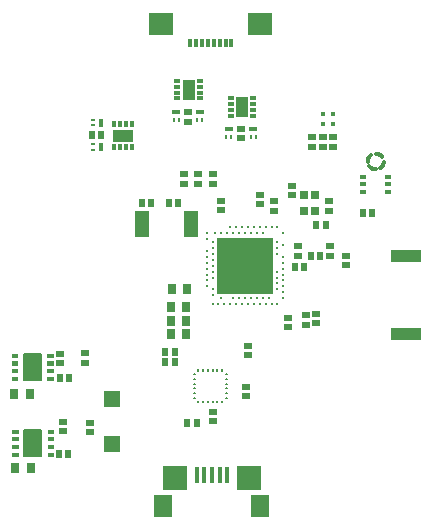
<source format=gtp>
G75*
%MOIN*%
%OFA0B0*%
%FSLAX25Y25*%
%IPPOS*%
%LPD*%
%AMOC8*
5,1,8,0,0,1.08239X$1,22.5*
%
%ADD10R,0.02756X0.03543*%
%ADD11R,0.02756X0.01969*%
%ADD12C,0.00630*%
%ADD13C,0.00118*%
%ADD14R,0.01772X0.01772*%
%ADD15R,0.08268X0.07874*%
%ADD16R,0.06299X0.07480*%
%ADD17R,0.01575X0.05315*%
%ADD18R,0.01181X0.03150*%
%ADD19R,0.07874X0.07480*%
%ADD20R,0.06693X0.03937*%
%ADD21R,0.01181X0.01969*%
%ADD22R,0.03937X0.06693*%
%ADD23R,0.01969X0.01181*%
%ADD24R,0.02362X0.01575*%
%ADD25C,0.01181*%
%ADD26R,0.00394X0.00394*%
%ADD27R,0.01969X0.02756*%
%ADD28R,0.10000X0.04000*%
%ADD29R,0.02756X0.03150*%
%ADD30C,0.00787*%
%ADD31R,0.19094X0.19094*%
%ADD32R,0.05118X0.08661*%
%ADD33C,0.00787*%
%ADD34R,0.01575X0.00984*%
%ADD35R,0.01575X0.02756*%
%ADD36R,0.00984X0.01575*%
%ADD37R,0.02756X0.01575*%
%ADD38R,0.05512X0.05512*%
D10*
X0015030Y0023357D03*
X0009912Y0023357D03*
X0062017Y0082949D03*
X0067135Y0082949D03*
X0061717Y0067959D03*
X0066835Y0067959D03*
X0061623Y0077011D03*
X0066741Y0077011D03*
X0061671Y0072272D03*
X0066789Y0072272D03*
X0014677Y0048157D03*
X0009559Y0048157D03*
D11*
X0034734Y0038469D03*
X0034734Y0035319D03*
X0025588Y0038851D03*
X0025588Y0035701D03*
X0102131Y0117510D03*
X0102131Y0114361D03*
X0114302Y0112412D03*
X0114302Y0109263D03*
X0104111Y0097286D03*
X0104111Y0094137D03*
X0114850Y0097286D03*
X0114850Y0094136D03*
X0066013Y0121336D03*
X0066013Y0118187D03*
X0087413Y0061037D03*
X0087413Y0064186D03*
X0100725Y0070420D03*
X0100725Y0073569D03*
X0096223Y0112315D03*
X0096223Y0109166D03*
X0078420Y0109346D03*
X0078420Y0112496D03*
X0075813Y0121336D03*
X0075813Y0118187D03*
X0070813Y0121336D03*
X0070813Y0118187D03*
X0091351Y0114520D03*
X0091351Y0111370D03*
X0119923Y0091016D03*
X0119923Y0094165D03*
X0115823Y0130563D03*
X0115823Y0133713D03*
X0108724Y0130583D03*
X0108724Y0133732D03*
X0112445Y0130567D03*
X0112445Y0133717D03*
X0106693Y0071260D03*
X0106693Y0074409D03*
X0110236Y0071654D03*
X0110236Y0074803D03*
X0086697Y0050602D03*
X0086697Y0047453D03*
X0075642Y0039008D03*
X0075642Y0042157D03*
X0067445Y0142043D03*
X0067445Y0138894D03*
X0085217Y0136512D03*
X0085217Y0133362D03*
X0033248Y0061693D03*
X0033248Y0058543D03*
X0024776Y0061571D03*
X0024776Y0058421D03*
D12*
X0018545Y0027448D02*
X0012877Y0027448D01*
X0012877Y0036266D01*
X0018545Y0036266D01*
X0018545Y0027448D01*
X0018545Y0028077D02*
X0012877Y0028077D01*
X0012877Y0028706D02*
X0018545Y0028706D01*
X0018545Y0029335D02*
X0012877Y0029335D01*
X0012877Y0029964D02*
X0018545Y0029964D01*
X0018545Y0030593D02*
X0012877Y0030593D01*
X0012877Y0031222D02*
X0018545Y0031222D01*
X0018545Y0031851D02*
X0012877Y0031851D01*
X0012877Y0032480D02*
X0018545Y0032480D01*
X0018545Y0033109D02*
X0012877Y0033109D01*
X0012877Y0033738D02*
X0018545Y0033738D01*
X0018545Y0034367D02*
X0012877Y0034367D01*
X0012877Y0034996D02*
X0018545Y0034996D01*
X0018545Y0035625D02*
X0012877Y0035625D01*
X0012877Y0036254D02*
X0018545Y0036254D01*
X0018317Y0052737D02*
X0012649Y0052737D01*
X0012649Y0061555D01*
X0018317Y0061555D01*
X0018317Y0052737D01*
X0018317Y0053366D02*
X0012649Y0053366D01*
X0012649Y0053995D02*
X0018317Y0053995D01*
X0018317Y0054624D02*
X0012649Y0054624D01*
X0012649Y0055253D02*
X0018317Y0055253D01*
X0018317Y0055882D02*
X0012649Y0055882D01*
X0012649Y0056511D02*
X0018317Y0056511D01*
X0018317Y0057140D02*
X0012649Y0057140D01*
X0012649Y0057769D02*
X0018317Y0057769D01*
X0018317Y0058398D02*
X0012649Y0058398D01*
X0012649Y0059027D02*
X0018317Y0059027D01*
X0018317Y0059656D02*
X0012649Y0059656D01*
X0012649Y0060285D02*
X0018317Y0060285D01*
X0018317Y0060914D02*
X0012649Y0060914D01*
X0012649Y0061543D02*
X0018317Y0061543D01*
D13*
X0010731Y0035165D02*
X0008881Y0035165D01*
X0008881Y0036227D01*
X0010731Y0036227D01*
X0010731Y0035165D01*
X0010731Y0035282D02*
X0008881Y0035282D01*
X0008881Y0035399D02*
X0010731Y0035399D01*
X0010731Y0035516D02*
X0008881Y0035516D01*
X0008881Y0035633D02*
X0010731Y0035633D01*
X0010731Y0035750D02*
X0008881Y0035750D01*
X0008881Y0035867D02*
X0010731Y0035867D01*
X0010731Y0035984D02*
X0008881Y0035984D01*
X0008881Y0036101D02*
X0010731Y0036101D01*
X0010731Y0036218D02*
X0008881Y0036218D01*
X0010731Y0032606D02*
X0008881Y0032606D01*
X0008881Y0033668D01*
X0010731Y0033668D01*
X0010731Y0032606D01*
X0010731Y0032723D02*
X0008881Y0032723D01*
X0008881Y0032840D02*
X0010731Y0032840D01*
X0010731Y0032957D02*
X0008881Y0032957D01*
X0008881Y0033074D02*
X0010731Y0033074D01*
X0010731Y0033191D02*
X0008881Y0033191D01*
X0008881Y0033308D02*
X0010731Y0033308D01*
X0010731Y0033425D02*
X0008881Y0033425D01*
X0008881Y0033542D02*
X0010731Y0033542D01*
X0010731Y0033659D02*
X0008881Y0033659D01*
X0010731Y0030047D02*
X0008881Y0030047D01*
X0008881Y0031109D01*
X0010731Y0031109D01*
X0010731Y0030047D01*
X0010731Y0030164D02*
X0008881Y0030164D01*
X0008881Y0030281D02*
X0010731Y0030281D01*
X0010731Y0030398D02*
X0008881Y0030398D01*
X0008881Y0030515D02*
X0010731Y0030515D01*
X0010731Y0030632D02*
X0008881Y0030632D01*
X0008881Y0030749D02*
X0010731Y0030749D01*
X0010731Y0030866D02*
X0008881Y0030866D01*
X0008881Y0030983D02*
X0010731Y0030983D01*
X0010731Y0031100D02*
X0008881Y0031100D01*
X0010731Y0027488D02*
X0008881Y0027488D01*
X0008881Y0028550D01*
X0010731Y0028550D01*
X0010731Y0027488D01*
X0010731Y0027605D02*
X0008881Y0027605D01*
X0008881Y0027722D02*
X0010731Y0027722D01*
X0010731Y0027839D02*
X0008881Y0027839D01*
X0008881Y0027956D02*
X0010731Y0027956D01*
X0010731Y0028073D02*
X0008881Y0028073D01*
X0008881Y0028190D02*
X0010731Y0028190D01*
X0010731Y0028307D02*
X0008881Y0028307D01*
X0008881Y0028424D02*
X0010731Y0028424D01*
X0010731Y0028541D02*
X0008881Y0028541D01*
X0022542Y0027488D02*
X0020692Y0027488D01*
X0020692Y0028550D01*
X0022542Y0028550D01*
X0022542Y0027488D01*
X0022542Y0027605D02*
X0020692Y0027605D01*
X0020692Y0027722D02*
X0022542Y0027722D01*
X0022542Y0027839D02*
X0020692Y0027839D01*
X0020692Y0027956D02*
X0022542Y0027956D01*
X0022542Y0028073D02*
X0020692Y0028073D01*
X0020692Y0028190D02*
X0022542Y0028190D01*
X0022542Y0028307D02*
X0020692Y0028307D01*
X0020692Y0028424D02*
X0022542Y0028424D01*
X0022542Y0028541D02*
X0020692Y0028541D01*
X0022542Y0030047D02*
X0020692Y0030047D01*
X0020692Y0031109D01*
X0022542Y0031109D01*
X0022542Y0030047D01*
X0022542Y0030164D02*
X0020692Y0030164D01*
X0020692Y0030281D02*
X0022542Y0030281D01*
X0022542Y0030398D02*
X0020692Y0030398D01*
X0020692Y0030515D02*
X0022542Y0030515D01*
X0022542Y0030632D02*
X0020692Y0030632D01*
X0020692Y0030749D02*
X0022542Y0030749D01*
X0022542Y0030866D02*
X0020692Y0030866D01*
X0020692Y0030983D02*
X0022542Y0030983D01*
X0022542Y0031100D02*
X0020692Y0031100D01*
X0022542Y0032606D02*
X0020692Y0032606D01*
X0020692Y0033668D01*
X0022542Y0033668D01*
X0022542Y0032606D01*
X0022542Y0032723D02*
X0020692Y0032723D01*
X0020692Y0032840D02*
X0022542Y0032840D01*
X0022542Y0032957D02*
X0020692Y0032957D01*
X0020692Y0033074D02*
X0022542Y0033074D01*
X0022542Y0033191D02*
X0020692Y0033191D01*
X0020692Y0033308D02*
X0022542Y0033308D01*
X0022542Y0033425D02*
X0020692Y0033425D01*
X0020692Y0033542D02*
X0022542Y0033542D01*
X0022542Y0033659D02*
X0020692Y0033659D01*
X0022542Y0035165D02*
X0020692Y0035165D01*
X0020692Y0036227D01*
X0022542Y0036227D01*
X0022542Y0035165D01*
X0022542Y0035282D02*
X0020692Y0035282D01*
X0020692Y0035399D02*
X0022542Y0035399D01*
X0022542Y0035516D02*
X0020692Y0035516D01*
X0020692Y0035633D02*
X0022542Y0035633D01*
X0022542Y0035750D02*
X0020692Y0035750D01*
X0020692Y0035867D02*
X0022542Y0035867D01*
X0022542Y0035984D02*
X0020692Y0035984D01*
X0020692Y0036101D02*
X0022542Y0036101D01*
X0022542Y0036218D02*
X0020692Y0036218D01*
X0010503Y0060453D02*
X0008653Y0060453D01*
X0008653Y0061515D01*
X0010503Y0061515D01*
X0010503Y0060453D01*
X0010503Y0060570D02*
X0008653Y0060570D01*
X0008653Y0060687D02*
X0010503Y0060687D01*
X0010503Y0060804D02*
X0008653Y0060804D01*
X0008653Y0060921D02*
X0010503Y0060921D01*
X0010503Y0061038D02*
X0008653Y0061038D01*
X0008653Y0061155D02*
X0010503Y0061155D01*
X0010503Y0061272D02*
X0008653Y0061272D01*
X0008653Y0061389D02*
X0010503Y0061389D01*
X0010503Y0061506D02*
X0008653Y0061506D01*
X0010503Y0057894D02*
X0008653Y0057894D01*
X0008653Y0058956D01*
X0010503Y0058956D01*
X0010503Y0057894D01*
X0010503Y0058011D02*
X0008653Y0058011D01*
X0008653Y0058128D02*
X0010503Y0058128D01*
X0010503Y0058245D02*
X0008653Y0058245D01*
X0008653Y0058362D02*
X0010503Y0058362D01*
X0010503Y0058479D02*
X0008653Y0058479D01*
X0008653Y0058596D02*
X0010503Y0058596D01*
X0010503Y0058713D02*
X0008653Y0058713D01*
X0008653Y0058830D02*
X0010503Y0058830D01*
X0010503Y0058947D02*
X0008653Y0058947D01*
X0010503Y0055335D02*
X0008653Y0055335D01*
X0008653Y0056397D01*
X0010503Y0056397D01*
X0010503Y0055335D01*
X0010503Y0055452D02*
X0008653Y0055452D01*
X0008653Y0055569D02*
X0010503Y0055569D01*
X0010503Y0055686D02*
X0008653Y0055686D01*
X0008653Y0055803D02*
X0010503Y0055803D01*
X0010503Y0055920D02*
X0008653Y0055920D01*
X0008653Y0056037D02*
X0010503Y0056037D01*
X0010503Y0056154D02*
X0008653Y0056154D01*
X0008653Y0056271D02*
X0010503Y0056271D01*
X0010503Y0056388D02*
X0008653Y0056388D01*
X0010503Y0052776D02*
X0008653Y0052776D01*
X0008653Y0053838D01*
X0010503Y0053838D01*
X0010503Y0052776D01*
X0010503Y0052893D02*
X0008653Y0052893D01*
X0008653Y0053010D02*
X0010503Y0053010D01*
X0010503Y0053127D02*
X0008653Y0053127D01*
X0008653Y0053244D02*
X0010503Y0053244D01*
X0010503Y0053361D02*
X0008653Y0053361D01*
X0008653Y0053478D02*
X0010503Y0053478D01*
X0010503Y0053595D02*
X0008653Y0053595D01*
X0008653Y0053712D02*
X0010503Y0053712D01*
X0010503Y0053829D02*
X0008653Y0053829D01*
X0022314Y0052776D02*
X0020464Y0052776D01*
X0020464Y0053838D01*
X0022314Y0053838D01*
X0022314Y0052776D01*
X0022314Y0052893D02*
X0020464Y0052893D01*
X0020464Y0053010D02*
X0022314Y0053010D01*
X0022314Y0053127D02*
X0020464Y0053127D01*
X0020464Y0053244D02*
X0022314Y0053244D01*
X0022314Y0053361D02*
X0020464Y0053361D01*
X0020464Y0053478D02*
X0022314Y0053478D01*
X0022314Y0053595D02*
X0020464Y0053595D01*
X0020464Y0053712D02*
X0022314Y0053712D01*
X0022314Y0053829D02*
X0020464Y0053829D01*
X0022314Y0055335D02*
X0020464Y0055335D01*
X0020464Y0056397D01*
X0022314Y0056397D01*
X0022314Y0055335D01*
X0022314Y0055452D02*
X0020464Y0055452D01*
X0020464Y0055569D02*
X0022314Y0055569D01*
X0022314Y0055686D02*
X0020464Y0055686D01*
X0020464Y0055803D02*
X0022314Y0055803D01*
X0022314Y0055920D02*
X0020464Y0055920D01*
X0020464Y0056037D02*
X0022314Y0056037D01*
X0022314Y0056154D02*
X0020464Y0056154D01*
X0020464Y0056271D02*
X0022314Y0056271D01*
X0022314Y0056388D02*
X0020464Y0056388D01*
X0022314Y0057894D02*
X0020464Y0057894D01*
X0020464Y0058956D01*
X0022314Y0058956D01*
X0022314Y0057894D01*
X0022314Y0058011D02*
X0020464Y0058011D01*
X0020464Y0058128D02*
X0022314Y0058128D01*
X0022314Y0058245D02*
X0020464Y0058245D01*
X0020464Y0058362D02*
X0022314Y0058362D01*
X0022314Y0058479D02*
X0020464Y0058479D01*
X0020464Y0058596D02*
X0022314Y0058596D01*
X0022314Y0058713D02*
X0020464Y0058713D01*
X0020464Y0058830D02*
X0022314Y0058830D01*
X0022314Y0058947D02*
X0020464Y0058947D01*
X0022314Y0060453D02*
X0020464Y0060453D01*
X0020464Y0061515D01*
X0022314Y0061515D01*
X0022314Y0060453D01*
X0022314Y0060570D02*
X0020464Y0060570D01*
X0020464Y0060687D02*
X0022314Y0060687D01*
X0022314Y0060804D02*
X0020464Y0060804D01*
X0020464Y0060921D02*
X0022314Y0060921D01*
X0022314Y0061038D02*
X0020464Y0061038D01*
X0020464Y0061155D02*
X0022314Y0061155D01*
X0022314Y0061272D02*
X0020464Y0061272D01*
X0020464Y0061389D02*
X0022314Y0061389D01*
X0022314Y0061506D02*
X0020464Y0061506D01*
D14*
X0115810Y0141579D03*
X0115810Y0138232D03*
X0112463Y0138232D03*
X0112463Y0141579D03*
D15*
X0063189Y0019970D03*
X0087598Y0019970D03*
D16*
X0059252Y0010718D03*
X0091535Y0010718D03*
D17*
X0070276Y0021250D03*
X0072835Y0021250D03*
X0075394Y0021250D03*
X0077953Y0021250D03*
X0080512Y0021250D03*
D18*
X0081890Y0165157D03*
X0079921Y0165157D03*
X0077953Y0165157D03*
X0075984Y0165157D03*
X0074016Y0165157D03*
X0072047Y0165157D03*
X0070079Y0165157D03*
X0068110Y0165157D03*
D19*
X0058465Y0171457D03*
X0091535Y0171457D03*
D20*
X0045673Y0134217D03*
D21*
X0042720Y0130476D03*
X0044689Y0130476D03*
X0046657Y0130476D03*
X0048626Y0130476D03*
X0048626Y0137957D03*
X0046657Y0137957D03*
X0044689Y0137957D03*
X0042720Y0137957D03*
D22*
X0067610Y0149583D03*
X0085390Y0143846D03*
D23*
X0071350Y0146630D03*
X0071350Y0148598D03*
X0071350Y0150567D03*
X0071350Y0152535D03*
X0063870Y0152535D03*
X0063870Y0150567D03*
X0063870Y0148598D03*
X0063870Y0146630D03*
X0089130Y0140894D03*
X0089130Y0142862D03*
X0089130Y0144831D03*
X0089130Y0146799D03*
X0081650Y0146799D03*
X0081650Y0144831D03*
X0081650Y0142862D03*
X0081650Y0140894D03*
D24*
X0125768Y0120559D03*
X0125768Y0118000D03*
X0125768Y0115441D03*
X0134232Y0115441D03*
X0134232Y0118000D03*
X0134232Y0120559D03*
D25*
X0127361Y0125559D02*
X0127356Y0125654D01*
X0127354Y0125749D01*
X0127356Y0125843D01*
X0127362Y0125938D01*
X0127372Y0126032D01*
X0127385Y0126126D01*
X0127403Y0126219D01*
X0127424Y0126311D01*
X0127449Y0126403D01*
X0127478Y0126493D01*
X0127510Y0126582D01*
X0127546Y0126669D01*
X0127586Y0126756D01*
X0127629Y0126840D01*
X0127675Y0126923D01*
X0127725Y0127003D01*
X0127778Y0127082D01*
X0127834Y0127158D01*
X0127893Y0127232D01*
X0127955Y0127303D01*
X0128020Y0127372D01*
X0128088Y0127439D01*
X0128158Y0127502D01*
X0128231Y0127562D01*
X0128307Y0127620D01*
X0128384Y0127674D01*
X0128464Y0127725D01*
X0127834Y0124063D02*
X0127885Y0123983D01*
X0127939Y0123906D01*
X0127997Y0123830D01*
X0128057Y0123757D01*
X0128120Y0123687D01*
X0128187Y0123619D01*
X0128256Y0123554D01*
X0128327Y0123492D01*
X0128401Y0123433D01*
X0128477Y0123377D01*
X0128556Y0123324D01*
X0128636Y0123274D01*
X0128719Y0123228D01*
X0128803Y0123185D01*
X0128890Y0123145D01*
X0128977Y0123109D01*
X0129066Y0123077D01*
X0129156Y0123048D01*
X0129248Y0123023D01*
X0129340Y0123002D01*
X0129433Y0122984D01*
X0129527Y0122971D01*
X0129621Y0122961D01*
X0129716Y0122955D01*
X0129810Y0122953D01*
X0129905Y0122955D01*
X0130000Y0122960D01*
X0132126Y0127095D02*
X0132075Y0127175D01*
X0132021Y0127252D01*
X0131963Y0127328D01*
X0131903Y0127401D01*
X0131840Y0127471D01*
X0131773Y0127539D01*
X0131704Y0127604D01*
X0131633Y0127666D01*
X0131559Y0127725D01*
X0131483Y0127781D01*
X0131404Y0127834D01*
X0131324Y0127884D01*
X0131241Y0127930D01*
X0131157Y0127973D01*
X0131070Y0128013D01*
X0130983Y0128049D01*
X0130894Y0128081D01*
X0130804Y0128110D01*
X0130712Y0128135D01*
X0130620Y0128156D01*
X0130527Y0128174D01*
X0130433Y0128187D01*
X0130339Y0128197D01*
X0130244Y0128203D01*
X0130150Y0128205D01*
X0130055Y0128203D01*
X0129960Y0128198D01*
X0132639Y0125599D02*
X0132644Y0125504D01*
X0132646Y0125409D01*
X0132644Y0125315D01*
X0132638Y0125220D01*
X0132628Y0125126D01*
X0132615Y0125032D01*
X0132597Y0124939D01*
X0132576Y0124847D01*
X0132551Y0124755D01*
X0132522Y0124665D01*
X0132490Y0124576D01*
X0132454Y0124489D01*
X0132414Y0124402D01*
X0132371Y0124318D01*
X0132325Y0124235D01*
X0132275Y0124155D01*
X0132222Y0124076D01*
X0132166Y0124000D01*
X0132107Y0123926D01*
X0132045Y0123855D01*
X0131980Y0123786D01*
X0131912Y0123719D01*
X0131842Y0123656D01*
X0131769Y0123596D01*
X0131693Y0123538D01*
X0131616Y0123484D01*
X0131536Y0123433D01*
D26*
X0130000Y0128236D03*
X0130000Y0122724D03*
X0132756Y0125480D03*
X0127244Y0125874D03*
D27*
X0128913Y0108461D03*
X0125764Y0108461D03*
X0106123Y0090346D03*
X0102973Y0090346D03*
X0055112Y0111785D03*
X0051963Y0111785D03*
X0061069Y0111761D03*
X0064219Y0111761D03*
X0113323Y0104410D03*
X0110173Y0104410D03*
X0108293Y0094134D03*
X0111443Y0094134D03*
X0024433Y0028055D03*
X0027583Y0028055D03*
X0062976Y0058799D03*
X0059827Y0058799D03*
X0062992Y0062181D03*
X0059843Y0062181D03*
X0067130Y0038551D03*
X0070280Y0038551D03*
X0038433Y0134303D03*
X0035283Y0134303D03*
X0024720Y0053295D03*
X0027870Y0053295D03*
D28*
X0140225Y0094174D03*
X0140225Y0068174D03*
D29*
X0109902Y0114372D03*
X0105965Y0114372D03*
X0109902Y0109254D03*
X0105965Y0109254D03*
D30*
X0083461Y0103657D03*
X0085429Y0103657D03*
X0081492Y0103657D03*
X0086413Y0101688D03*
X0084445Y0101688D03*
X0082476Y0101688D03*
X0080508Y0101688D03*
X0078539Y0101688D03*
X0076571Y0101688D03*
X0073618Y0101688D03*
X0073618Y0099720D03*
X0075587Y0098735D03*
X0075587Y0096767D03*
X0073618Y0095783D03*
X0075587Y0094798D03*
X0073618Y0093814D03*
X0075587Y0092830D03*
X0073618Y0091846D03*
X0075587Y0090861D03*
X0073618Y0089877D03*
X0075587Y0088893D03*
X0073618Y0087909D03*
X0075587Y0086924D03*
X0073618Y0085940D03*
X0073618Y0083972D03*
X0075587Y0082987D03*
X0075587Y0081019D03*
X0086413Y0080035D03*
X0084445Y0080035D03*
X0082476Y0080035D03*
X0078539Y0080035D03*
X0077555Y0078066D03*
X0075587Y0078066D03*
X0079524Y0078066D03*
X0081492Y0078066D03*
X0083461Y0078066D03*
X0085429Y0078066D03*
X0087398Y0078066D03*
X0088382Y0080035D03*
X0089366Y0078066D03*
X0090350Y0080035D03*
X0091335Y0078066D03*
X0092319Y0080035D03*
X0093303Y0078066D03*
X0094287Y0080035D03*
X0095272Y0078066D03*
X0097240Y0078066D03*
X0099209Y0080035D03*
X0099209Y0082003D03*
X0097240Y0082987D03*
X0099209Y0083972D03*
X0097240Y0084956D03*
X0099209Y0085940D03*
X0097240Y0086924D03*
X0099209Y0087909D03*
X0097240Y0088893D03*
X0099209Y0089877D03*
X0099209Y0091846D03*
X0099209Y0093814D03*
X0097240Y0094798D03*
X0097240Y0096767D03*
X0099209Y0097751D03*
X0097240Y0098735D03*
X0099209Y0101688D03*
X0097240Y0103657D03*
X0095272Y0103657D03*
X0093303Y0103657D03*
X0091335Y0103657D03*
X0089366Y0103657D03*
X0087398Y0103657D03*
X0088382Y0101688D03*
X0090350Y0101688D03*
X0092319Y0101688D03*
D31*
X0086413Y0090861D03*
D32*
X0051946Y0104661D03*
X0068481Y0104661D03*
D33*
X0069685Y0054724D02*
X0069685Y0054724D01*
X0069291Y0054724D01*
X0069291Y0054724D01*
X0069685Y0054724D01*
X0069685Y0053150D02*
X0069685Y0053150D01*
X0069291Y0053150D01*
X0069291Y0053150D01*
X0069685Y0053150D01*
X0069685Y0051575D02*
X0069685Y0051575D01*
X0069291Y0051575D01*
X0069291Y0051575D01*
X0069685Y0051575D01*
X0069685Y0050000D02*
X0069685Y0050000D01*
X0069291Y0050000D01*
X0069291Y0050000D01*
X0069685Y0050000D01*
X0069685Y0048425D02*
X0069685Y0048425D01*
X0069291Y0048425D01*
X0069291Y0048425D01*
X0069685Y0048425D01*
X0069685Y0046850D02*
X0069685Y0046850D01*
X0069291Y0046850D01*
X0069291Y0046850D01*
X0069685Y0046850D01*
X0070866Y0045275D02*
X0070866Y0045275D01*
X0070866Y0045669D01*
X0070866Y0045669D01*
X0070866Y0045275D01*
X0072441Y0045275D02*
X0072441Y0045275D01*
X0072441Y0045669D01*
X0072441Y0045669D01*
X0072441Y0045275D01*
X0074016Y0045275D02*
X0074016Y0045275D01*
X0074016Y0045669D01*
X0074016Y0045669D01*
X0074016Y0045275D01*
X0075591Y0045275D02*
X0075591Y0045275D01*
X0075591Y0045669D01*
X0075591Y0045669D01*
X0075591Y0045275D01*
X0077165Y0045275D02*
X0077165Y0045275D01*
X0077165Y0045669D01*
X0077165Y0045669D01*
X0077165Y0045275D01*
X0078740Y0045275D02*
X0078740Y0045275D01*
X0078740Y0045669D01*
X0078740Y0045669D01*
X0078740Y0045275D01*
X0080315Y0046850D02*
X0080315Y0046850D01*
X0079921Y0046850D01*
X0079921Y0046850D01*
X0080315Y0046850D01*
X0080315Y0048425D02*
X0080315Y0048425D01*
X0079921Y0048425D01*
X0079921Y0048425D01*
X0080315Y0048425D01*
X0080315Y0050000D02*
X0080315Y0050000D01*
X0079921Y0050000D01*
X0079921Y0050000D01*
X0080315Y0050000D01*
X0080315Y0051575D02*
X0080315Y0051575D01*
X0079921Y0051575D01*
X0079921Y0051575D01*
X0080315Y0051575D01*
X0080315Y0053150D02*
X0080315Y0053150D01*
X0079921Y0053150D01*
X0079921Y0053150D01*
X0080315Y0053150D01*
X0080315Y0054724D02*
X0080315Y0054724D01*
X0079921Y0054724D01*
X0079921Y0054724D01*
X0080315Y0054724D01*
X0078740Y0056299D02*
X0078740Y0056299D01*
X0078740Y0055905D01*
X0078740Y0055905D01*
X0078740Y0056299D01*
X0077165Y0055905D02*
X0077165Y0055905D01*
X0077165Y0056299D01*
X0077165Y0056299D01*
X0077165Y0055905D01*
X0075591Y0055905D02*
X0075591Y0055905D01*
X0075591Y0056299D01*
X0075591Y0056299D01*
X0075591Y0055905D01*
X0074016Y0055905D02*
X0074016Y0055905D01*
X0074016Y0056299D01*
X0074016Y0056299D01*
X0074016Y0055905D01*
X0072441Y0055905D02*
X0072441Y0055905D01*
X0072441Y0056299D01*
X0072441Y0056299D01*
X0072441Y0055905D01*
X0070866Y0055905D02*
X0070866Y0055905D01*
X0070866Y0056299D01*
X0070866Y0056299D01*
X0070866Y0055905D01*
D34*
X0035654Y0139472D03*
X0035654Y0137701D03*
X0035677Y0131319D03*
X0035677Y0129547D03*
D35*
X0038409Y0138587D03*
X0038433Y0130433D03*
D36*
X0062602Y0139303D03*
X0064374Y0139303D03*
X0080126Y0133669D03*
X0081898Y0133669D03*
X0070465Y0139307D03*
X0072236Y0139307D03*
X0088295Y0133724D03*
X0090067Y0133724D03*
D37*
X0063488Y0142059D03*
X0081012Y0136425D03*
X0071350Y0142063D03*
X0089181Y0136480D03*
D38*
X0042024Y0046382D03*
X0042024Y0031421D03*
M02*

</source>
